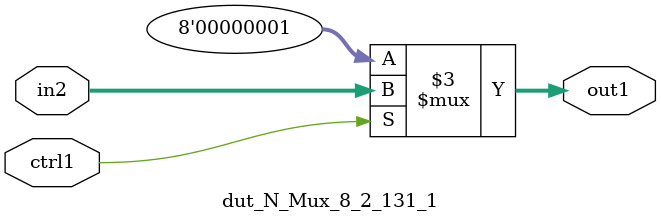
<source format=v>

`timescale 1ps / 1ps


module dut_N_Mux_8_2_131_1( in2, ctrl1, out1 );

    input [7:0] in2;
    input ctrl1;
    output [7:0] out1;
    reg [7:0] out1;

    
    // rtl_process:dut_N_Mux_8_2_131_1/dut_N_Mux_8_2_131_1_thread_1
    always @*
      begin : dut_N_Mux_8_2_131_1_thread_1
        case (ctrl1) 
          1'b1: 
            begin
              out1 = in2;
            end
          default: 
            begin
              out1 = 8'd001;
            end
        endcase
      end

endmodule



</source>
